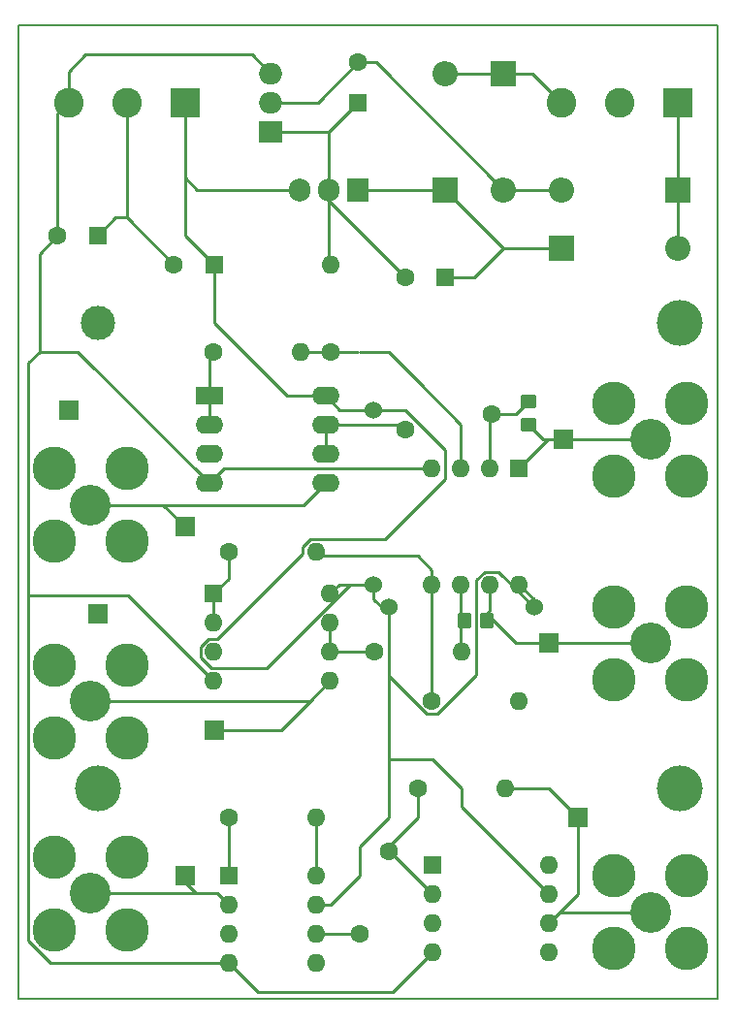
<source format=gbr>
%TF.GenerationSoftware,KiCad,Pcbnew,(6.0.9)*%
%TF.CreationDate,2023-04-20T10:47:29+05:30*%
%TF.ProjectId,CT,43542e6b-6963-4616-945f-706362585858,rev?*%
%TF.SameCoordinates,Original*%
%TF.FileFunction,Copper,L1,Top*%
%TF.FilePolarity,Positive*%
%FSLAX46Y46*%
G04 Gerber Fmt 4.6, Leading zero omitted, Abs format (unit mm)*
G04 Created by KiCad (PCBNEW (6.0.9)) date 2023-04-20 10:47:29*
%MOMM*%
%LPD*%
G01*
G04 APERTURE LIST*
G04 Aperture macros list*
%AMRoundRect*
0 Rectangle with rounded corners*
0 $1 Rounding radius*
0 $2 $3 $4 $5 $6 $7 $8 $9 X,Y pos of 4 corners*
0 Add a 4 corners polygon primitive as box body*
4,1,4,$2,$3,$4,$5,$6,$7,$8,$9,$2,$3,0*
0 Add four circle primitives for the rounded corners*
1,1,$1+$1,$2,$3*
1,1,$1+$1,$4,$5*
1,1,$1+$1,$6,$7*
1,1,$1+$1,$8,$9*
0 Add four rect primitives between the rounded corners*
20,1,$1+$1,$2,$3,$4,$5,0*
20,1,$1+$1,$4,$5,$6,$7,0*
20,1,$1+$1,$6,$7,$8,$9,0*
20,1,$1+$1,$8,$9,$2,$3,0*%
%AMHorizOval*
0 Thick line with rounded ends*
0 $1 width*
0 $2 $3 position (X,Y) of the first rounded end (center of the circle)*
0 $4 $5 position (X,Y) of the second rounded end (center of the circle)*
0 Add line between two ends*
20,1,$1,$2,$3,$4,$5,0*
0 Add two circle primitives to create the rounded ends*
1,1,$1,$2,$3*
1,1,$1,$4,$5*%
G04 Aperture macros list end*
%TA.AperFunction,NonConductor*%
%ADD10C,0.200000*%
%TD*%
%TA.AperFunction,ComponentPad*%
%ADD11C,1.600000*%
%TD*%
%TA.AperFunction,ComponentPad*%
%ADD12O,1.600000X1.600000*%
%TD*%
%TA.AperFunction,ComponentPad*%
%ADD13R,1.600000X1.600000*%
%TD*%
%TA.AperFunction,ComponentPad*%
%ADD14C,3.556000*%
%TD*%
%TA.AperFunction,ComponentPad*%
%ADD15C,3.810000*%
%TD*%
%TA.AperFunction,ComponentPad*%
%ADD16R,1.700000X1.700000*%
%TD*%
%TA.AperFunction,ComponentPad*%
%ADD17R,2.400000X1.600000*%
%TD*%
%TA.AperFunction,ComponentPad*%
%ADD18O,2.400000X1.600000*%
%TD*%
%TA.AperFunction,ComponentPad*%
%ADD19C,3.000000*%
%TD*%
%TA.AperFunction,ComponentPad*%
%ADD20R,2.200000X2.200000*%
%TD*%
%TA.AperFunction,ComponentPad*%
%ADD21O,2.200000X2.200000*%
%TD*%
%TA.AperFunction,ComponentPad*%
%ADD22C,1.524000*%
%TD*%
%TA.AperFunction,ComponentPad*%
%ADD23R,2.600000X2.600000*%
%TD*%
%TA.AperFunction,ComponentPad*%
%ADD24C,2.600000*%
%TD*%
%TA.AperFunction,ComponentPad*%
%ADD25C,4.000000*%
%TD*%
%TA.AperFunction,SMDPad,CuDef*%
%ADD26RoundRect,0.250000X-0.350000X-0.450000X0.350000X-0.450000X0.350000X0.450000X-0.350000X0.450000X0*%
%TD*%
%TA.AperFunction,SMDPad,CuDef*%
%ADD27RoundRect,0.250000X0.450000X-0.350000X0.450000X0.350000X-0.450000X0.350000X-0.450000X-0.350000X0*%
%TD*%
%TA.AperFunction,ComponentPad*%
%ADD28R,1.905000X2.000000*%
%TD*%
%TA.AperFunction,ComponentPad*%
%ADD29O,1.905000X2.000000*%
%TD*%
%TA.AperFunction,ComponentPad*%
%ADD30HorizOval,1.600000X0.000000X0.000000X0.000000X0.000000X0*%
%TD*%
%TA.AperFunction,ComponentPad*%
%ADD31HorizOval,1.600000X0.000000X0.000000X0.000000X0.000000X0*%
%TD*%
%TA.AperFunction,ComponentPad*%
%ADD32R,2.000000X1.905000*%
%TD*%
%TA.AperFunction,ComponentPad*%
%ADD33O,2.000000X1.905000*%
%TD*%
%TA.AperFunction,Conductor*%
%ADD34C,0.250000*%
%TD*%
G04 APERTURE END LIST*
D10*
X49000000Y-70500000D02*
X110000000Y-70500000D01*
X110000000Y-70500000D02*
X110000000Y-155500000D01*
X110000000Y-155500000D02*
X49000000Y-155500000D01*
X49000000Y-155500000D02*
X49000000Y-70500000D01*
D11*
%TO.P,R1,1*%
%TO.N,Net-(R1-Pad1)*%
X67310000Y-139700000D03*
D12*
%TO.P,R1,2*%
%TO.N,Net-(R1-Pad2)*%
X74930000Y-139700000D03*
%TD*%
D13*
%TO.P,U8,1,NULL*%
%TO.N,unconnected-(U8-Pad1)*%
X85090000Y-143853000D03*
D12*
%TO.P,U8,2,-*%
%TO.N,Net-(R2-Pad2)*%
X85090000Y-146393000D03*
%TO.P,U8,3,+*%
%TO.N,GND*%
X85090000Y-148933000D03*
%TO.P,U8,4,V-*%
%TO.N,-8V*%
X85090000Y-151473000D03*
%TO.P,U8,5,NULL*%
%TO.N,unconnected-(U8-Pad5)*%
X95250000Y-151473000D03*
%TO.P,U8,6*%
%TO.N,Net-(J6-Pad1)*%
X95250000Y-148933000D03*
%TO.P,U8,7,V+*%
%TO.N,+8V*%
X95250000Y-146393000D03*
%TO.P,U8,8,NC*%
%TO.N,unconnected-(U8-Pad8)*%
X95250000Y-143853000D03*
%TD*%
D14*
%TO.P,J6,1,In*%
%TO.N,Net-(J6-Pad1)*%
X104140000Y-147955000D03*
D15*
%TO.P,J6,2,Ext*%
%TO.N,GND*%
X100965000Y-151130000D03*
X107315000Y-144780000D03*
X107315000Y-151130000D03*
X100965000Y-144780000D03*
%TD*%
D11*
%TO.P,R8,1*%
%TO.N,Net-(R4-Pad2)*%
X76200000Y-99060000D03*
D12*
%TO.P,R8,2*%
%TO.N,GND*%
X76200000Y-91440000D03*
%TD*%
D16*
%TO.P,TP8,1,1*%
%TO.N,Net-(J8-Pad1)*%
X96520000Y-106680000D03*
%TD*%
D11*
%TO.P,R9,1*%
%TO.N,Net-(R6-Pad2)*%
X85080000Y-129540000D03*
D12*
%TO.P,R9,2*%
%TO.N,GND*%
X92700000Y-129540000D03*
%TD*%
D17*
%TO.P,U5,1*%
%TO.N,Net-(R4-Pad1)*%
X65620000Y-102880000D03*
D18*
%TO.P,U5,2,-*%
X65620000Y-105420000D03*
%TO.P,U5,3,+*%
%TO.N,Net-(J3-Pad2)*%
X65620000Y-107960000D03*
%TO.P,U5,4,V-*%
%TO.N,-8V*%
X65620000Y-110500000D03*
%TO.P,U5,5,+*%
%TO.N,Net-(J3-Pad1)*%
X75780000Y-110500000D03*
%TO.P,U5,6,-*%
%TO.N,Net-(R5-Pad1)*%
X75780000Y-107960000D03*
%TO.P,U5,7*%
X75780000Y-105420000D03*
%TO.P,U5,8,V+*%
%TO.N,+8V*%
X75780000Y-102880000D03*
%TD*%
D19*
%TO.P,,1,Pin_1*%
%TO.N,GND*%
X106680000Y-137160000D03*
%TD*%
D14*
%TO.P,J3,1,In*%
%TO.N,Net-(J3-Pad1)*%
X55245000Y-112395000D03*
D15*
%TO.P,J3,2,Ext*%
%TO.N,Net-(J3-Pad2)*%
X58420000Y-115570000D03*
X52070000Y-109220000D03*
X52070000Y-115570000D03*
X58420000Y-109220000D03*
%TD*%
D11*
%TO.P,R6,1*%
%TO.N,Net-(R6-Pad1)*%
X67310000Y-116500000D03*
D12*
%TO.P,R6,2*%
%TO.N,Net-(R6-Pad2)*%
X74930000Y-116500000D03*
%TD*%
D20*
%TO.P,D1,1,K*%
%TO.N,Net-(C1-Pad1)*%
X96389290Y-89962300D03*
D21*
%TO.P,D1,2,A*%
%TO.N,Net-(D1-Pad2)*%
X106549290Y-89962300D03*
%TD*%
D22*
%TO.P,U9,1*%
%TO.N,+8V*%
X80000000Y-119380000D03*
X80000000Y-104140000D03*
%TD*%
D23*
%TO.P,J2,1,Pin_1*%
%TO.N,Net-(D1-Pad2)*%
X106549290Y-77262300D03*
D24*
%TO.P,J2,2,Pin_2*%
%TO.N,GND*%
X101469290Y-77262300D03*
%TO.P,J2,3,Pin_3*%
%TO.N,Net-(D3-Pad2)*%
X96389290Y-77262300D03*
%TD*%
D25*
%TO.P,,*%
%TO.N,*%
X106680000Y-137160000D03*
%TD*%
D14*
%TO.P,J1,1,In*%
%TO.N,Net-(J1-Pad1)*%
X55245000Y-146342000D03*
D15*
%TO.P,J1,2,Ext*%
%TO.N,Net-(J1-Pad2)*%
X52070000Y-143167000D03*
X58420000Y-143167000D03*
X58420000Y-149517000D03*
X52070000Y-149517000D03*
%TD*%
D13*
%TO.P,C1,1*%
%TO.N,Net-(C1-Pad1)*%
X86229290Y-92502300D03*
D11*
%TO.P,C1,2*%
%TO.N,GND*%
X82729290Y-92502300D03*
%TD*%
%TO.P,R7,1*%
%TO.N,Net-(R7-Pad1)*%
X80010000Y-125260000D03*
D12*
%TO.P,R7,2*%
%TO.N,Net-(R11-Pad1)*%
X87630000Y-125260000D03*
%TD*%
D25*
%TO.P,,*%
%TO.N,*%
X55880000Y-137160000D03*
%TD*%
D26*
%TO.P,R11,1*%
%TO.N,Net-(R11-Pad1)*%
X87900000Y-122500000D03*
%TO.P,R11,2*%
%TO.N,Net-(J7-Pad1)*%
X89900000Y-122500000D03*
%TD*%
D13*
%TO.P,C4,1*%
%TO.N,GND*%
X55880000Y-88900000D03*
D11*
%TO.P,C4,2*%
%TO.N,-8V*%
X52380000Y-88900000D03*
%TD*%
D16*
%TO.P,TP5,1,1*%
%TO.N,Net-(J4-Pad2)*%
X55880000Y-121920000D03*
%TD*%
%TO.P,TP2,1,1*%
%TO.N,Net-(J1-Pad1)*%
X63500000Y-144780000D03*
%TD*%
D13*
%TO.P,C2,1*%
%TO.N,GND*%
X78609290Y-77262300D03*
D11*
%TO.P,C2,2*%
%TO.N,Net-(C2-Pad2)*%
X78609290Y-73762300D03*
%TD*%
D23*
%TO.P,J5,1,Pin_1*%
%TO.N,+8V*%
X63505000Y-77262300D03*
D24*
%TO.P,J5,2,Pin_2*%
%TO.N,GND*%
X58425000Y-77262300D03*
%TO.P,J5,3,Pin_3*%
%TO.N,-8V*%
X53345000Y-77262300D03*
%TD*%
D20*
%TO.P,D2,1,K*%
%TO.N,Net-(D1-Pad2)*%
X106549290Y-84882300D03*
D21*
%TO.P,D2,2,A*%
%TO.N,Net-(C2-Pad2)*%
X96389290Y-84882300D03*
%TD*%
D19*
%TO.P,,1,Pin_1*%
%TO.N,GND*%
X55880000Y-137160000D03*
%TD*%
D27*
%TO.P,R10,1*%
%TO.N,Net-(J8-Pad1)*%
X93500000Y-105400000D03*
%TO.P,R10,2*%
%TO.N,Net-(R10-Pad2)*%
X93500000Y-103400000D03*
%TD*%
D16*
%TO.P,TP7,1,1*%
%TO.N,Net-(J7-Pad1)*%
X95250000Y-124460000D03*
%TD*%
D13*
%TO.P,U1,1,Rg*%
%TO.N,Net-(R1-Pad1)*%
X67320000Y-144780000D03*
D12*
%TO.P,U1,2,-*%
%TO.N,Net-(J1-Pad1)*%
X67320000Y-147320000D03*
%TO.P,U1,3,+*%
%TO.N,Net-(J1-Pad2)*%
X67320000Y-149860000D03*
%TO.P,U1,4,V-*%
%TO.N,-8V*%
X67320000Y-152400000D03*
%TO.P,U1,5,Ref*%
%TO.N,GND*%
X74940000Y-152400000D03*
%TO.P,U1,6*%
%TO.N,Net-(R2-Pad1)*%
X74940000Y-149860000D03*
%TO.P,U1,7,V+*%
%TO.N,+8V*%
X74940000Y-147320000D03*
%TO.P,U1,8,Rg*%
%TO.N,Net-(R1-Pad2)*%
X74940000Y-144780000D03*
%TD*%
D20*
%TO.P,D3,1,K*%
%TO.N,Net-(C1-Pad1)*%
X86229290Y-84882300D03*
D21*
%TO.P,D3,2,A*%
%TO.N,Net-(D3-Pad2)*%
X86229290Y-74722300D03*
%TD*%
D28*
%TO.P,U2,1,VI*%
%TO.N,Net-(C1-Pad1)*%
X78609290Y-84882300D03*
D29*
%TO.P,U2,2,GND*%
%TO.N,GND*%
X76069290Y-84882300D03*
%TO.P,U2,3,VO*%
%TO.N,+8V*%
X73529290Y-84882300D03*
%TD*%
D25*
%TO.P,J9,*%
%TO.N,*%
X106680000Y-96520000D03*
%TD*%
D19*
%TO.P,,1,Pin_1*%
%TO.N,GND*%
X55880000Y-96520000D03*
%TD*%
D11*
%TO.P,R2,1*%
%TO.N,Net-(R2-Pad1)*%
X78740000Y-149860000D03*
D30*
%TO.P,R2,2*%
%TO.N,Net-(R2-Pad2)*%
X81346193Y-142699542D03*
%TD*%
D11*
%TO.P,R3,1*%
%TO.N,Net-(R2-Pad2)*%
X83820000Y-137160000D03*
D12*
%TO.P,R3,2*%
%TO.N,Net-(J6-Pad1)*%
X91440000Y-137160000D03*
%TD*%
D11*
%TO.P,R5,1*%
%TO.N,Net-(R5-Pad1)*%
X82800000Y-105800000D03*
D31*
%TO.P,R5,2*%
%TO.N,Net-(R10-Pad2)*%
X90304235Y-104476801D03*
%TD*%
D16*
%TO.P,TP3,1,1*%
%TO.N,Net-(J4-Pad1)*%
X66040000Y-132080000D03*
%TD*%
D13*
%TO.P,C3,1*%
%TO.N,+8V*%
X66040000Y-91440000D03*
D11*
%TO.P,C3,2*%
%TO.N,GND*%
X62540000Y-91440000D03*
%TD*%
D20*
%TO.P,D4,1,K*%
%TO.N,Net-(D3-Pad2)*%
X91309290Y-74722300D03*
D21*
%TO.P,D4,2,A*%
%TO.N,Net-(C2-Pad2)*%
X91309290Y-84882300D03*
%TD*%
D16*
%TO.P,TP6,1,1*%
%TO.N,Net-(J6-Pad1)*%
X97790000Y-139700000D03*
%TD*%
D11*
%TO.P,R4,1*%
%TO.N,Net-(R4-Pad1)*%
X66020000Y-99060000D03*
D12*
%TO.P,R4,2*%
%TO.N,Net-(R4-Pad2)*%
X73640000Y-99060000D03*
%TD*%
D32*
%TO.P,U3,1,GND*%
%TO.N,GND*%
X70989290Y-79802300D03*
D33*
%TO.P,U3,2,VI*%
%TO.N,Net-(C2-Pad2)*%
X70989290Y-77262300D03*
%TO.P,U3,3,VO*%
%TO.N,-8V*%
X70989290Y-74722300D03*
%TD*%
D13*
%TO.P,U7,1*%
%TO.N,Net-(J8-Pad1)*%
X92700000Y-109200000D03*
D12*
%TO.P,U7,2,-*%
%TO.N,Net-(R10-Pad2)*%
X90160000Y-109200000D03*
%TO.P,U7,3,+*%
%TO.N,Net-(R4-Pad2)*%
X87620000Y-109200000D03*
%TO.P,U7,4,V-*%
%TO.N,-8V*%
X85080000Y-109200000D03*
%TO.P,U7,5,+*%
%TO.N,Net-(R6-Pad2)*%
X85080000Y-119360000D03*
%TO.P,U7,6,-*%
%TO.N,Net-(R11-Pad1)*%
X87620000Y-119360000D03*
%TO.P,U7,7*%
%TO.N,Net-(J7-Pad1)*%
X90160000Y-119360000D03*
%TO.P,U7,8,V+*%
%TO.N,+8V*%
X92700000Y-119360000D03*
%TD*%
D16*
%TO.P,TP4,1,1*%
%TO.N,Net-(J3-Pad2)*%
X53340000Y-104140000D03*
%TD*%
%TO.P,TP1,1,1*%
%TO.N,Net-(J3-Pad1)*%
X63500000Y-114300000D03*
%TD*%
D14*
%TO.P,J4,1,In*%
%TO.N,Net-(J4-Pad1)*%
X55245000Y-129540000D03*
D15*
%TO.P,J4,2,Ext*%
%TO.N,Net-(J4-Pad2)*%
X58420000Y-132715000D03*
X52070000Y-132715000D03*
X52070000Y-126365000D03*
X58420000Y-126365000D03*
%TD*%
D13*
%TO.P,U6,1*%
%TO.N,Net-(R6-Pad1)*%
X66020000Y-120180000D03*
D12*
%TO.P,U6,2,-*%
X66020000Y-122720000D03*
%TO.P,U6,3,+*%
%TO.N,Net-(J4-Pad2)*%
X66020000Y-125260000D03*
%TO.P,U6,4,V-*%
%TO.N,-8V*%
X66020000Y-127800000D03*
%TO.P,U6,5,+*%
%TO.N,Net-(J4-Pad1)*%
X76180000Y-127800000D03*
%TO.P,U6,6,-*%
%TO.N,Net-(R7-Pad1)*%
X76180000Y-125260000D03*
%TO.P,U6,7*%
X76180000Y-122720000D03*
%TO.P,U6,8,V+*%
%TO.N,+8V*%
X76180000Y-120180000D03*
%TD*%
D22*
%TO.P,U4,1*%
%TO.N,+8V*%
X81280000Y-121300000D03*
X93980000Y-121300000D03*
%TD*%
D14*
%TO.P,J8,1,In*%
%TO.N,Net-(J8-Pad1)*%
X104140000Y-106680000D03*
D15*
%TO.P,J8,2,Ext*%
%TO.N,GND*%
X100965000Y-103505000D03*
X100965000Y-109855000D03*
X107315000Y-103505000D03*
X107315000Y-109855000D03*
%TD*%
D14*
%TO.P,J7,1,In*%
%TO.N,Net-(J7-Pad1)*%
X104140000Y-124460000D03*
D15*
%TO.P,J7,2,Ext*%
%TO.N,GND*%
X107315000Y-127635000D03*
X100965000Y-127635000D03*
X100965000Y-121285000D03*
X107315000Y-121285000D03*
%TD*%
D34*
%TO.N,GND*%
X55880000Y-88900000D02*
X57455000Y-87325000D01*
X57455000Y-87325000D02*
X58425000Y-87325000D01*
X76069290Y-84882300D02*
X76069290Y-91309290D01*
X78609290Y-77262300D02*
X76069290Y-79802300D01*
X58425000Y-87325000D02*
X62540000Y-91440000D01*
X76069290Y-79802300D02*
X76069290Y-84882300D01*
X76069290Y-85842300D02*
X82729290Y-92502300D01*
X76069290Y-84882300D02*
X76069290Y-85842300D01*
X58425000Y-77262300D02*
X58425000Y-87325000D01*
X76069290Y-91309290D02*
X76200000Y-91440000D01*
X76069290Y-79802300D02*
X70989290Y-79802300D01*
%TO.N,+8V*%
X63505000Y-88905000D02*
X66040000Y-91440000D01*
X71120000Y-101600000D02*
X66040000Y-96520000D01*
X93980000Y-120640000D02*
X93980000Y-121500000D01*
X85090000Y-134620000D02*
X81280000Y-134620000D01*
X66040000Y-96520000D02*
X66040000Y-91440000D01*
X81280000Y-121300000D02*
X81280000Y-127330991D01*
X65554009Y-124135000D02*
X64895000Y-124794009D01*
X82730991Y-104140000D02*
X86205000Y-107614009D01*
X80000000Y-119380000D02*
X76979999Y-119380001D01*
X76200000Y-147320000D02*
X78740000Y-144780000D01*
X81280000Y-139700000D02*
X78740000Y-142240000D01*
X74464009Y-115375000D02*
X73805000Y-116034009D01*
X87630000Y-138773000D02*
X95250000Y-146393000D01*
X78740000Y-144780000D02*
X78740000Y-142240000D01*
X81280000Y-121920000D02*
X80000000Y-120640000D01*
X73805000Y-116695000D02*
X66365000Y-124135000D01*
X75780000Y-102880000D02*
X72400000Y-102880000D01*
X86205000Y-107614009D02*
X86205000Y-110185000D01*
X87630000Y-137160000D02*
X87630000Y-138773000D01*
X73805000Y-116034009D02*
X73805000Y-116695000D01*
X92700000Y-119360000D02*
X93980000Y-120640000D01*
X89694009Y-118235000D02*
X90915000Y-118235000D01*
X66365000Y-124135000D02*
X65554009Y-124135000D01*
X81280000Y-134620000D02*
X81280000Y-139700000D01*
X63505000Y-83815000D02*
X63505000Y-88905000D01*
X85090000Y-134620000D02*
X87630000Y-137160000D01*
X64895000Y-125725991D02*
X65844009Y-126675000D01*
X77929009Y-119380000D02*
X80000000Y-119380000D01*
X84614009Y-130665000D02*
X85545991Y-130665000D01*
X86205000Y-110185000D02*
X81015000Y-115375000D01*
X73529290Y-84882300D02*
X64572300Y-84882300D01*
X65844009Y-126675000D02*
X70634009Y-126675000D01*
X80000000Y-120640000D02*
X80000000Y-119380000D01*
X81280000Y-104140000D02*
X77040000Y-104140000D01*
X88975000Y-118954009D02*
X89694009Y-118235000D01*
X63505000Y-77262300D02*
X63505000Y-83815000D01*
X90915000Y-118235000D02*
X93980000Y-121300000D01*
X80000000Y-104140000D02*
X82730991Y-104140000D01*
X72400000Y-102880000D02*
X71120000Y-101600000D01*
X74940000Y-147320000D02*
X76200000Y-147320000D01*
X81280000Y-127330991D02*
X84614009Y-130665000D01*
X88975000Y-127235991D02*
X88975000Y-118954009D01*
X81015000Y-115375000D02*
X74464009Y-115375000D01*
X81280000Y-134620000D02*
X81280000Y-121920000D01*
X76979999Y-119380001D02*
X76180000Y-120180000D01*
X85545991Y-130665000D02*
X88975000Y-127235991D01*
X77040000Y-104140000D02*
X75780000Y-102880000D01*
X64895000Y-124794009D02*
X64895000Y-125725991D01*
X70634009Y-126675000D02*
X77929009Y-119380000D01*
X64572300Y-84882300D02*
X63505000Y-83815000D01*
%TO.N,Net-(R1-Pad1)*%
X67310000Y-139700000D02*
X67310000Y-144770000D01*
X67310000Y-144770000D02*
X67320000Y-144780000D01*
%TO.N,Net-(J1-Pad1)*%
X64478000Y-146342000D02*
X55245000Y-146342000D01*
X55890000Y-145425000D02*
X55245000Y-144780000D01*
X63500000Y-144780000D02*
X63500000Y-145364000D01*
X66342000Y-146342000D02*
X64478000Y-146342000D01*
X67320000Y-147320000D02*
X66342000Y-146342000D01*
X63500000Y-145364000D02*
X64478000Y-146342000D01*
%TO.N,-8V*%
X49840000Y-120340000D02*
X49840000Y-150440697D01*
X70989290Y-74722300D02*
X69364290Y-73097300D01*
X85080000Y-109200000D02*
X66920000Y-109200000D01*
X53345000Y-74586590D02*
X53345000Y-77262300D01*
X52380000Y-88900000D02*
X52380000Y-78227300D01*
X58560000Y-120340000D02*
X49840000Y-120340000D01*
X69364290Y-73097300D02*
X54834290Y-73097300D01*
X54834290Y-73097300D02*
X53345000Y-74586590D01*
X66920000Y-109200000D02*
X65620000Y-110500000D01*
X52380000Y-78227300D02*
X53345000Y-77262300D01*
X65620000Y-110500000D02*
X54180000Y-99060000D01*
X66020000Y-127800000D02*
X58560000Y-120340000D01*
X54180000Y-99060000D02*
X50800000Y-99060000D01*
X50800000Y-90480000D02*
X52380000Y-88900000D01*
X50800000Y-99060000D02*
X49840000Y-100020000D01*
X51799303Y-152400000D02*
X67320000Y-152400000D01*
X69860000Y-154940000D02*
X67320000Y-152400000D01*
X49840000Y-100020000D02*
X49840000Y-120340000D01*
X69860000Y-154940000D02*
X81623000Y-154940000D01*
X81623000Y-154940000D02*
X85090000Y-151473000D01*
X50800000Y-99060000D02*
X50800000Y-90480000D01*
X49840000Y-150440697D02*
X51799303Y-152400000D01*
%TO.N,Net-(R2-Pad1)*%
X78740000Y-149860000D02*
X74940000Y-149860000D01*
%TO.N,Net-(R1-Pad2)*%
X74940000Y-139710000D02*
X74930000Y-139700000D01*
X74940000Y-144780000D02*
X74940000Y-139710000D01*
%TO.N,Net-(R2-Pad2)*%
X83820000Y-139700000D02*
X81280000Y-142240000D01*
X84747000Y-146393000D02*
X85090000Y-146393000D01*
X81396542Y-142699542D02*
X81346193Y-142699542D01*
X85090000Y-146393000D02*
X81396542Y-142699542D01*
X83820000Y-137160000D02*
X83820000Y-139700000D01*
X81280000Y-142240000D02*
X81280000Y-142934699D01*
%TO.N,Net-(R4-Pad1)*%
X65620000Y-99460000D02*
X66020000Y-99060000D01*
X65620000Y-105420000D02*
X65620000Y-99460000D01*
%TO.N,Net-(J3-Pad2)*%
X59680000Y-107960000D02*
X58420000Y-109220000D01*
%TO.N,Net-(J3-Pad1)*%
X55245000Y-112395000D02*
X73885000Y-112395000D01*
X63500000Y-114300000D02*
X61595000Y-112395000D01*
X73885000Y-112395000D02*
X75780000Y-110500000D01*
X61595000Y-112395000D02*
X55245000Y-112395000D01*
%TO.N,Net-(R5-Pad1)*%
X75780000Y-105420000D02*
X75780000Y-107960000D01*
X82550000Y-105420000D02*
X75780000Y-105420000D01*
%TO.N,Net-(R6-Pad1)*%
X67310000Y-118890000D02*
X66020000Y-120180000D01*
X67310000Y-116840000D02*
X67310000Y-118890000D01*
X66020000Y-122720000D02*
X66020000Y-120180000D01*
%TO.N,Net-(R7-Pad1)*%
X80010000Y-125260000D02*
X76180000Y-125260000D01*
X76180000Y-125260000D02*
X76180000Y-122720000D01*
%TO.N,Net-(R4-Pad2)*%
X81280000Y-99060000D02*
X78740000Y-99060000D01*
X73640000Y-99060000D02*
X76200000Y-99060000D01*
X87620000Y-105400000D02*
X83820000Y-101600000D01*
X83820000Y-101600000D02*
X81280000Y-99060000D01*
X87630000Y-109190000D02*
X87620000Y-109200000D01*
X78611370Y-99060000D02*
X76200000Y-99060000D01*
X87620000Y-109200000D02*
X87620000Y-108068630D01*
X87620000Y-109200000D02*
X87620000Y-105400000D01*
%TO.N,Net-(R10-Pad2)*%
X90160000Y-104621036D02*
X90304235Y-104476801D01*
X90160000Y-109200000D02*
X90160000Y-104621036D01*
X90170000Y-109190000D02*
X90160000Y-109200000D01*
X90304235Y-104476801D02*
X92423199Y-104476801D01*
X92423199Y-104476801D02*
X93500000Y-103400000D01*
%TO.N,Net-(R6-Pad2)*%
X85080000Y-119360000D02*
X85080000Y-118100000D01*
X85080000Y-119360000D02*
X85080000Y-129540000D01*
X83820000Y-116840000D02*
X74930000Y-116840000D01*
X85080000Y-118100000D02*
X83820000Y-116840000D01*
%TO.N,Net-(R11-Pad1)*%
X87620000Y-119360000D02*
X87620000Y-125250000D01*
X87620000Y-125250000D02*
X87630000Y-125260000D01*
%TO.N,Net-(C1-Pad1)*%
X91309290Y-89962300D02*
X86229290Y-84882300D01*
X96389290Y-89962300D02*
X91309290Y-89962300D01*
X88769290Y-92502300D02*
X91309290Y-89962300D01*
X86229290Y-84882300D02*
X78609290Y-84882300D01*
X86229290Y-92502300D02*
X88769290Y-92502300D01*
%TO.N,Net-(C2-Pad2)*%
X91309290Y-84882300D02*
X96389290Y-84882300D01*
X80189290Y-73762300D02*
X91309290Y-84882300D01*
X78609290Y-73762300D02*
X80189290Y-73762300D01*
X75109290Y-77262300D02*
X78609290Y-73762300D01*
X70989290Y-77262300D02*
X75109290Y-77262300D01*
%TO.N,Net-(D1-Pad2)*%
X106549290Y-77262300D02*
X106549290Y-89962300D01*
%TO.N,Net-(D3-Pad2)*%
X93849290Y-74722300D02*
X91309290Y-74722300D01*
X86229290Y-74722300D02*
X91309290Y-74722300D01*
X96389290Y-77262300D02*
X93849290Y-74722300D01*
%TO.N,Net-(J4-Pad1)*%
X55245000Y-129540000D02*
X74440000Y-129540000D01*
X74440000Y-129540000D02*
X76180000Y-127800000D01*
X71900000Y-132080000D02*
X74440000Y-129540000D01*
X66040000Y-132080000D02*
X71900000Y-132080000D01*
%TO.N,Net-(J4-Pad2)*%
X59525000Y-125260000D02*
X58420000Y-126365000D01*
%TO.N,Net-(J7-Pad1)*%
X89900000Y-121920000D02*
X92440000Y-124460000D01*
X92440000Y-124460000D02*
X95250000Y-124460000D01*
X90160000Y-119360000D02*
X90160000Y-121660000D01*
X90160000Y-121660000D02*
X89900000Y-121920000D01*
X104140000Y-124460000D02*
X95250000Y-124460000D01*
%TO.N,Net-(J8-Pad1)*%
X94780000Y-106680000D02*
X96520000Y-106680000D01*
X93500000Y-105400000D02*
X94780000Y-106680000D01*
X92600000Y-109100000D02*
X92700000Y-109200000D01*
X104140000Y-106680000D02*
X96520000Y-106680000D01*
X95220000Y-106680000D02*
X92700000Y-109200000D01*
X96520000Y-106680000D02*
X95220000Y-106680000D01*
%TO.N,Net-(J6-Pad1)*%
X95250000Y-137160000D02*
X91440000Y-137160000D01*
X96228000Y-147955000D02*
X95250000Y-148933000D01*
X95250000Y-148933000D02*
X97790000Y-146393000D01*
X104140000Y-147955000D02*
X96228000Y-147955000D01*
X97790000Y-146393000D02*
X97790000Y-139700000D01*
X97790000Y-139700000D02*
X95250000Y-137160000D01*
%TD*%
M02*

</source>
